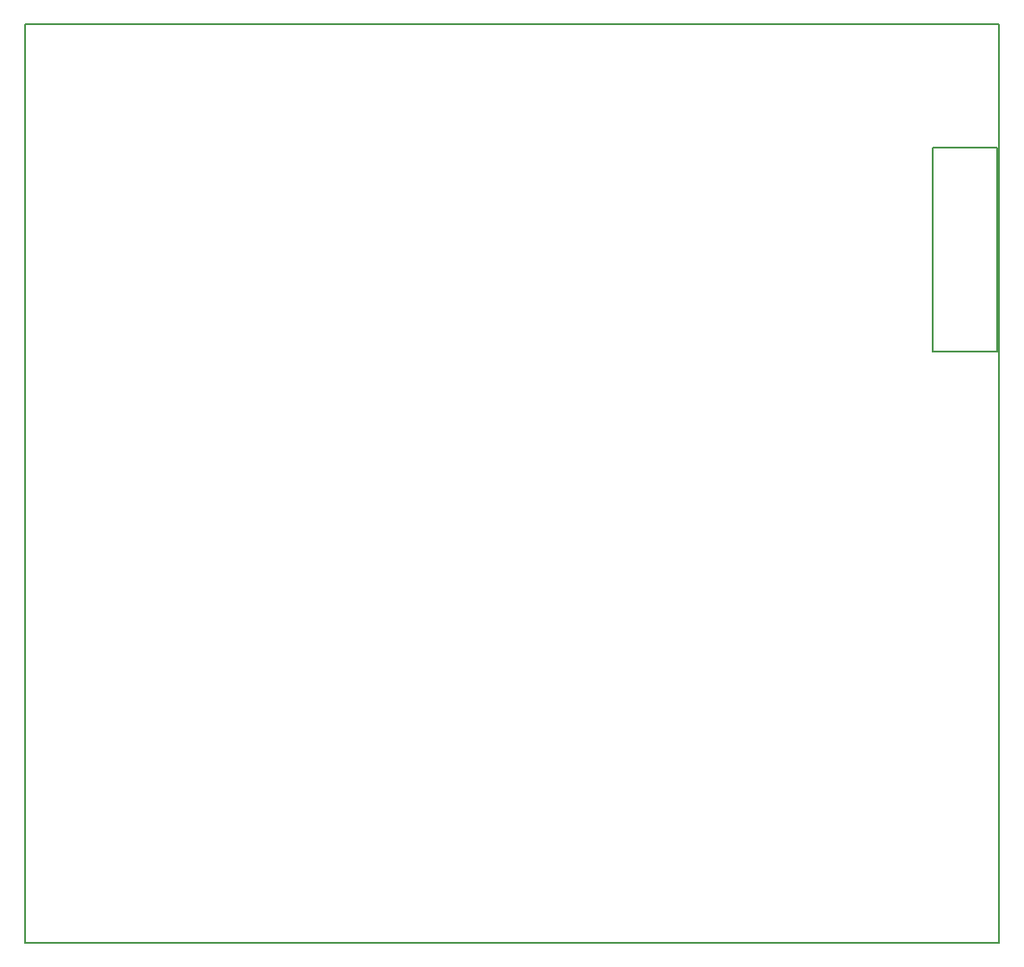
<source format=gko>
G04*
G04 #@! TF.GenerationSoftware,Altium Limited,Altium Designer,21.2.1 (34)*
G04*
G04 Layer_Color=16711935*
%FSTAX24Y24*%
%MOIN*%
G70*
G04*
G04 #@! TF.SameCoordinates,A1A6E38C-14B6-47A5-B441-A3D0562B644C*
G04*
G04*
G04 #@! TF.FilePolarity,Positive*
G04*
G01*
G75*
%ADD12C,0.0079*%
D12*
X0102Y00985D02*
X04645D01*
X0102Y0441D02*
X04645D01*
Y00985D02*
Y0441D01*
X0102Y00985D02*
Y0441D01*
X044Y0319D02*
X0464D01*
X044Y0395D02*
X0464D01*
Y0319D02*
Y0395D01*
X044Y0319D02*
Y0395D01*
M02*

</source>
